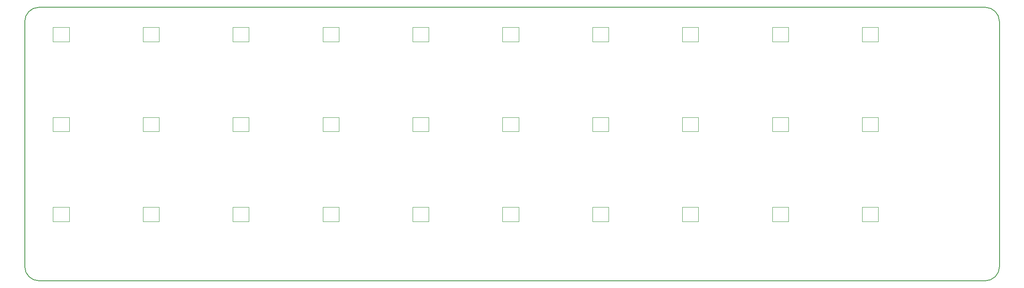
<source format=gbr>
G04 #@! TF.GenerationSoftware,KiCad,Pcbnew,5.1.5-52549c5~84~ubuntu19.10.1*
G04 #@! TF.CreationDate,2020-02-17T22:45:33-08:00*
G04 #@! TF.ProjectId,keycad,6b657963-6164-42e6-9b69-6361645f7063,rev?*
G04 #@! TF.SameCoordinates,Original*
G04 #@! TF.FileFunction,Profile,NP*
%FSLAX46Y46*%
G04 Gerber Fmt 4.6, Leading zero omitted, Abs format (unit mm)*
G04 Created by KiCad (PCBNEW 5.1.5-52549c5~84~ubuntu19.10.1) date 2020-02-17 22:45:33*
%MOMM*%
%LPD*%
G04 APERTURE LIST*
%ADD10C,0.150000*%
%ADD11C,0.120000*%
G04 APERTURE END LIST*
D10*
X-7680001Y-44292500D02*
G75*
G03X-4680001Y-47292500I3000000J0D01*
G01*
X195310501Y-47292500D02*
G75*
G03X198310501Y-44292500I0J3000000D01*
G01*
X198310501Y7514001D02*
G75*
G03X195310501Y10514001I-3000000J0D01*
G01*
X-4680001Y10514001D02*
G75*
G03X-7680001Y7514001I0J-3000000D01*
G01*
X-7680001Y-44292500D02*
X-7680001Y7514001D01*
X195310501Y-47292500D02*
X-4680001Y-47292500D01*
X198310501Y7514001D02*
X198310501Y-44292500D01*
X-4680001Y10514001D02*
X195310501Y10514001D01*
D11*
X150300000Y3262500D02*
X153700000Y3262500D01*
X153700000Y3262500D02*
X153700000Y6262500D01*
X153700000Y6262500D02*
X150300000Y6262500D01*
X150300000Y6262500D02*
X150300000Y3262500D01*
X131300000Y3262500D02*
X134700000Y3262500D01*
X134700000Y3262500D02*
X134700000Y6262500D01*
X134700000Y6262500D02*
X131300000Y6262500D01*
X131300000Y6262500D02*
X131300000Y3262500D01*
X112300000Y3262500D02*
X115700000Y3262500D01*
X115700000Y3262500D02*
X115700000Y6262500D01*
X115700000Y6262500D02*
X112300000Y6262500D01*
X112300000Y6262500D02*
X112300000Y3262500D01*
X93300000Y3262500D02*
X96700000Y3262500D01*
X96700000Y3262500D02*
X96700000Y6262500D01*
X96700000Y6262500D02*
X93300000Y6262500D01*
X93300000Y6262500D02*
X93300000Y3262500D01*
X74300000Y3262500D02*
X77700000Y3262500D01*
X77700000Y3262500D02*
X77700000Y6262500D01*
X77700000Y6262500D02*
X74300000Y6262500D01*
X74300000Y6262500D02*
X74300000Y3262500D01*
X55300000Y3262500D02*
X58700000Y3262500D01*
X58700000Y3262500D02*
X58700000Y6262500D01*
X58700000Y6262500D02*
X55300000Y6262500D01*
X55300000Y6262500D02*
X55300000Y3262500D01*
X169300000Y-34737500D02*
X172700000Y-34737500D01*
X172700000Y-34737500D02*
X172700000Y-31737500D01*
X172700000Y-31737500D02*
X169300000Y-31737500D01*
X169300000Y-31737500D02*
X169300000Y-34737500D01*
X36300000Y3262500D02*
X39700000Y3262500D01*
X39700000Y3262500D02*
X39700000Y6262500D01*
X39700000Y6262500D02*
X36300000Y6262500D01*
X36300000Y6262500D02*
X36300000Y3262500D01*
X150300000Y-34737500D02*
X153700000Y-34737500D01*
X153700000Y-34737500D02*
X153700000Y-31737500D01*
X153700000Y-31737500D02*
X150300000Y-31737500D01*
X150300000Y-31737500D02*
X150300000Y-34737500D01*
X131300000Y-34737500D02*
X134700000Y-34737500D01*
X134700000Y-34737500D02*
X134700000Y-31737500D01*
X134700000Y-31737500D02*
X131300000Y-31737500D01*
X131300000Y-31737500D02*
X131300000Y-34737500D01*
X112300000Y-34737500D02*
X115700000Y-34737500D01*
X115700000Y-34737500D02*
X115700000Y-31737500D01*
X115700000Y-31737500D02*
X112300000Y-31737500D01*
X112300000Y-31737500D02*
X112300000Y-34737500D01*
X93300000Y-34737500D02*
X96700000Y-34737500D01*
X96700000Y-34737500D02*
X96700000Y-31737500D01*
X96700000Y-31737500D02*
X93300000Y-31737500D01*
X93300000Y-31737500D02*
X93300000Y-34737500D01*
X74300000Y-34737500D02*
X77700000Y-34737500D01*
X77700000Y-34737500D02*
X77700000Y-31737500D01*
X77700000Y-31737500D02*
X74300000Y-31737500D01*
X74300000Y-31737500D02*
X74300000Y-34737500D01*
X55300000Y-34737500D02*
X58700000Y-34737500D01*
X58700000Y-34737500D02*
X58700000Y-31737500D01*
X58700000Y-31737500D02*
X55300000Y-31737500D01*
X55300000Y-31737500D02*
X55300000Y-34737500D01*
X36300000Y-34737500D02*
X39700000Y-34737500D01*
X39700000Y-34737500D02*
X39700000Y-31737500D01*
X39700000Y-31737500D02*
X36300000Y-31737500D01*
X36300000Y-31737500D02*
X36300000Y-34737500D01*
X17300000Y-34737500D02*
X20700000Y-34737500D01*
X20700000Y-34737500D02*
X20700000Y-31737500D01*
X20700000Y-31737500D02*
X17300000Y-31737500D01*
X17300000Y-31737500D02*
X17300000Y-34737500D01*
X-1700000Y-34737500D02*
X1700000Y-34737500D01*
X1700000Y-34737500D02*
X1700000Y-31737500D01*
X1700000Y-31737500D02*
X-1700000Y-31737500D01*
X-1700000Y-31737500D02*
X-1700000Y-34737500D01*
X169300000Y-15737500D02*
X172700000Y-15737500D01*
X172700000Y-15737500D02*
X172700000Y-12737500D01*
X172700000Y-12737500D02*
X169300000Y-12737500D01*
X169300000Y-12737500D02*
X169300000Y-15737500D01*
X17300000Y3262500D02*
X20700000Y3262500D01*
X20700000Y3262500D02*
X20700000Y6262500D01*
X20700000Y6262500D02*
X17300000Y6262500D01*
X17300000Y6262500D02*
X17300000Y3262500D01*
X150300000Y-15737500D02*
X153700000Y-15737500D01*
X153700000Y-15737500D02*
X153700000Y-12737500D01*
X153700000Y-12737500D02*
X150300000Y-12737500D01*
X150300000Y-12737500D02*
X150300000Y-15737500D01*
X131300000Y-15737500D02*
X134700000Y-15737500D01*
X134700000Y-15737500D02*
X134700000Y-12737500D01*
X134700000Y-12737500D02*
X131300000Y-12737500D01*
X131300000Y-12737500D02*
X131300000Y-15737500D01*
X112300000Y-15737500D02*
X115700000Y-15737500D01*
X115700000Y-15737500D02*
X115700000Y-12737500D01*
X115700000Y-12737500D02*
X112300000Y-12737500D01*
X112300000Y-12737500D02*
X112300000Y-15737500D01*
X93300000Y-15737500D02*
X96700000Y-15737500D01*
X96700000Y-15737500D02*
X96700000Y-12737500D01*
X96700000Y-12737500D02*
X93300000Y-12737500D01*
X93300000Y-12737500D02*
X93300000Y-15737500D01*
X74300000Y-15737500D02*
X77700000Y-15737500D01*
X77700000Y-15737500D02*
X77700000Y-12737500D01*
X77700000Y-12737500D02*
X74300000Y-12737500D01*
X74300000Y-12737500D02*
X74300000Y-15737500D01*
X55300000Y-15737500D02*
X58700000Y-15737500D01*
X58700000Y-15737500D02*
X58700000Y-12737500D01*
X58700000Y-12737500D02*
X55300000Y-12737500D01*
X55300000Y-12737500D02*
X55300000Y-15737500D01*
X36300000Y-15737500D02*
X39700000Y-15737500D01*
X39700000Y-15737500D02*
X39700000Y-12737500D01*
X39700000Y-12737500D02*
X36300000Y-12737500D01*
X36300000Y-12737500D02*
X36300000Y-15737500D01*
X17300000Y-15737500D02*
X20700000Y-15737500D01*
X20700000Y-15737500D02*
X20700000Y-12737500D01*
X20700000Y-12737500D02*
X17300000Y-12737500D01*
X17300000Y-12737500D02*
X17300000Y-15737500D01*
X-1700000Y-15737500D02*
X1700000Y-15737500D01*
X1700000Y-15737500D02*
X1700000Y-12737500D01*
X1700000Y-12737500D02*
X-1700000Y-12737500D01*
X-1700000Y-12737500D02*
X-1700000Y-15737500D01*
X169300000Y3262500D02*
X172700000Y3262500D01*
X172700000Y3262500D02*
X172700000Y6262500D01*
X172700000Y6262500D02*
X169300000Y6262500D01*
X169300000Y6262500D02*
X169300000Y3262500D01*
X-1700000Y3262500D02*
X1700000Y3262500D01*
X1700000Y3262500D02*
X1700000Y6262500D01*
X1700000Y6262500D02*
X-1700000Y6262500D01*
X-1700000Y6262500D02*
X-1700000Y3262500D01*
M02*

</source>
